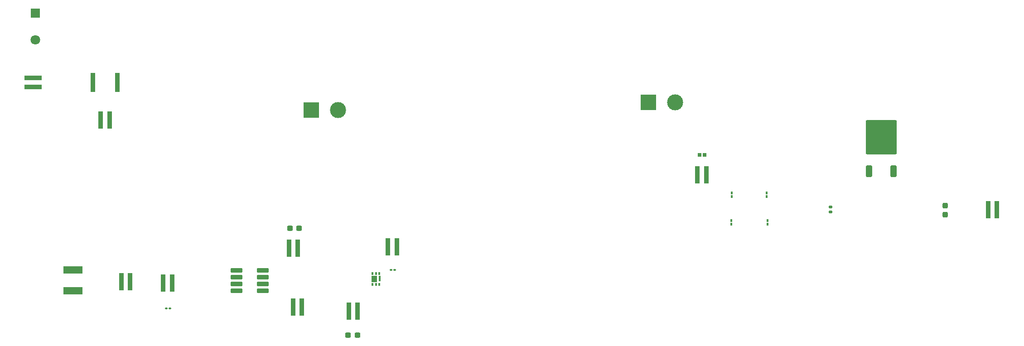
<source format=gbr>
%TF.GenerationSoftware,KiCad,Pcbnew,8.0.7*%
%TF.CreationDate,2025-01-26T19:21:23+01:00*%
%TF.ProjectId,Power device,506f7765-7220-4646-9576-6963652e6b69,rev?*%
%TF.SameCoordinates,Original*%
%TF.FileFunction,Soldermask,Top*%
%TF.FilePolarity,Negative*%
%FSLAX46Y46*%
G04 Gerber Fmt 4.6, Leading zero omitted, Abs format (unit mm)*
G04 Created by KiCad (PCBNEW 8.0.7) date 2025-01-26 19:21:23*
%MOMM*%
%LPD*%
G01*
G04 APERTURE LIST*
G04 Aperture macros list*
%AMRoundRect*
0 Rectangle with rounded corners*
0 $1 Rounding radius*
0 $2 $3 $4 $5 $6 $7 $8 $9 X,Y pos of 4 corners*
0 Add a 4 corners polygon primitive as box body*
4,1,4,$2,$3,$4,$5,$6,$7,$8,$9,$2,$3,0*
0 Add four circle primitives for the rounded corners*
1,1,$1+$1,$2,$3*
1,1,$1+$1,$4,$5*
1,1,$1+$1,$6,$7*
1,1,$1+$1,$8,$9*
0 Add four rect primitives between the rounded corners*
20,1,$1+$1,$2,$3,$4,$5,0*
20,1,$1+$1,$4,$5,$6,$7,0*
20,1,$1+$1,$6,$7,$8,$9,0*
20,1,$1+$1,$8,$9,$2,$3,0*%
G04 Aperture macros list end*
%ADD10R,0.950000X3.200000*%
%ADD11R,3.520000X1.430000*%
%ADD12RoundRect,0.075000X0.075000X-0.212500X0.075000X0.212500X-0.075000X0.212500X-0.075000X-0.212500X0*%
%ADD13R,3.000000X3.000000*%
%ADD14C,3.000000*%
%ADD15RoundRect,0.100000X0.130000X0.100000X-0.130000X0.100000X-0.130000X-0.100000X0.130000X-0.100000X0*%
%ADD16RoundRect,0.237500X0.237500X-0.300000X0.237500X0.300000X-0.237500X0.300000X-0.237500X-0.300000X0*%
%ADD17RoundRect,0.250000X0.350000X-0.850000X0.350000X0.850000X-0.350000X0.850000X-0.350000X-0.850000X0*%
%ADD18RoundRect,0.249997X2.650003X-2.950003X2.650003X2.950003X-2.650003X2.950003X-2.650003X-2.950003X0*%
%ADD19R,1.800000X1.800000*%
%ADD20C,1.800000*%
%ADD21RoundRect,0.140000X0.170000X-0.140000X0.170000X0.140000X-0.170000X0.140000X-0.170000X-0.140000X0*%
%ADD22RoundRect,0.099250X-0.987750X-0.297750X0.987750X-0.297750X0.987750X0.297750X-0.987750X0.297750X0*%
%ADD23RoundRect,0.237500X-0.300000X-0.237500X0.300000X-0.237500X0.300000X0.237500X-0.300000X0.237500X0*%
%ADD24R,0.650000X0.640000*%
%ADD25RoundRect,0.075000X-0.075000X0.212500X-0.075000X-0.212500X0.075000X-0.212500X0.075000X0.212500X0*%
%ADD26RoundRect,0.237500X0.300000X0.237500X-0.300000X0.237500X-0.300000X-0.237500X0.300000X-0.237500X0*%
%ADD27R,3.200000X0.950000*%
%ADD28R,0.840000X3.620000*%
%ADD29R,0.300000X0.500000*%
%ADD30R,1.000000X1.200000*%
%ADD31R,0.300000X1.000000*%
G04 APERTURE END LIST*
D10*
%TO.C,Rp2*%
X179175000Y-85250000D03*
X180825000Y-85250000D03*
%TD*%
%TO.C,Rload1*%
X235150000Y-91750000D03*
X233500000Y-91750000D03*
%TD*%
D11*
%TO.C,Cd1*%
X62440000Y-106940000D03*
X62440000Y-103060000D03*
%TD*%
D10*
%TO.C,Rp1*%
X67675000Y-75000000D03*
X69325000Y-75000000D03*
%TD*%
D12*
%TO.C,D4*%
X192250000Y-94475000D03*
X192250000Y-93800000D03*
%TD*%
D10*
%TO.C,Rpow-MOS1*%
X123000000Y-98750000D03*
X121350000Y-98750000D03*
%TD*%
D13*
%TO.C,L2*%
X170000000Y-71690000D03*
D14*
X175000000Y-71690000D03*
%TD*%
D15*
%TO.C,C_decop_3*%
X122570000Y-103000000D03*
X121930000Y-103000000D03*
%TD*%
D16*
%TO.C,C_out1*%
X225500000Y-92725000D03*
X225500000Y-91000000D03*
%TD*%
D15*
%TO.C,C_decop_4*%
X80570000Y-110250000D03*
X79930000Y-110250000D03*
%TD*%
D10*
%TO.C,Rpow_MOS1*%
X114000000Y-110750000D03*
X115650000Y-110750000D03*
%TD*%
%TO.C,Rgate1*%
X103600000Y-110000000D03*
X105250000Y-110000000D03*
%TD*%
D17*
%TO.C,U1*%
X211220000Y-84550000D03*
D18*
X213500000Y-78250000D03*
D17*
X215780000Y-84550000D03*
%TD*%
D19*
%TO.C,J1*%
X55450000Y-55000000D03*
D20*
X55450000Y-60000000D03*
%TD*%
D13*
%TO.C,L1*%
X107000000Y-73190000D03*
D14*
X112000000Y-73190000D03*
%TD*%
D10*
%TO.C,Rpow1*%
X104500000Y-99000000D03*
X102850000Y-99000000D03*
%TD*%
D21*
%TO.C,C_rect1*%
X204000000Y-92210000D03*
X204000000Y-91250000D03*
%TD*%
D22*
%TO.C,IC1*%
X93025000Y-103095000D03*
X93025000Y-104365000D03*
X93025000Y-105635000D03*
X93025000Y-106905000D03*
X97975000Y-106905000D03*
X97975000Y-105635000D03*
X97975000Y-104365000D03*
X97975000Y-103095000D03*
%TD*%
D23*
%TO.C,C_decop_2*%
X113887500Y-115250000D03*
X115612500Y-115250000D03*
%TD*%
D12*
%TO.C,D1*%
X185587500Y-89337500D03*
X185587500Y-88662500D03*
%TD*%
D24*
%TO.C,Cp2*%
X179600000Y-81500000D03*
X180500000Y-81500000D03*
%TD*%
D25*
%TO.C,D3*%
X185500000Y-93800000D03*
X185500000Y-94475000D03*
%TD*%
D26*
%TO.C,C_decop_1*%
X104725000Y-95250000D03*
X103000000Y-95250000D03*
%TD*%
D25*
%TO.C,D2*%
X192087500Y-88662500D03*
X192087500Y-89337500D03*
%TD*%
D10*
%TO.C,R1*%
X71500000Y-105250000D03*
X73150000Y-105250000D03*
%TD*%
D27*
%TO.C,R1s1*%
X55000000Y-67175000D03*
X55000000Y-68825000D03*
%TD*%
D28*
%TO.C,Cp1*%
X66210000Y-68000000D03*
X70790000Y-68000000D03*
%TD*%
D10*
%TO.C,Rpov-1*%
X81000000Y-105500000D03*
X79350000Y-105500000D03*
%TD*%
D29*
%TO.C,Q1*%
X118450000Y-105750000D03*
X119100000Y-105750000D03*
X119750000Y-105750000D03*
X119750000Y-103750000D03*
X119100000Y-103750000D03*
X118450000Y-103750000D03*
D30*
X118800000Y-104750000D03*
D31*
X119835000Y-104675000D03*
%TD*%
M02*

</source>
